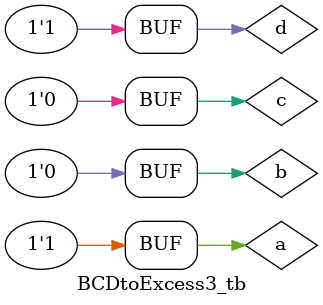
<source format=v>
`timescale 1ns/1ns

module BCDtoExcess3 (a, b, c, d, w, x, y, z);
    input a, b, c, d;
    output w, x ,y ,z;
    wire e,f;

    or(e,c,d);
    and(f,b,e);
    or(w,a,f);

    xor(x,b,e);

    not(z,d);

    xnor(y,c,d);
    

endmodule 

module BCDtoExcess3_tb;

    reg a = 1'b0;
    reg b = 1'b0;
    reg c = 1'b0;
    reg d = 1'b0;

    wire w, x, y, z;

    BCDtoExcess3 h1(a,b,c,d,w,x,y,z);

    initial
    begin
        $dumpfile("BCDtoExcess3.vcd");
        $dumpvars(0, BCDtoExcess3_tb);
    end

    initial
    begin
        a = 1'b0;
        b = 1'b0;
        c = 1'b0;
        d = 1'b0;
        #10;
        a = 1'b0;
        b = 1'b0;
        c = 1'b0;
        d = 1'b1;
        #10;
        a = 1'b0;
        b = 1'b0;
        c = 1'b1;
        d = 1'b0;
        #10;
        a = 1'b0;
        b = 1'b0;
        c = 1'b1;
        d = 1'b1;
        #10;
        a = 1'b0;
        b = 1'b1;
        c = 1'b0;
        d = 1'b0;
        #10;
        a = 1'b0;
        b = 1'b1;
        c = 1'b0;
        d = 1'b1;
        #10;
        a = 1'b0;
        b = 1'b1;
        c = 1'b1;
        d = 1'b0;
        #10;
        a = 1'b0;
        b = 1'b1;
        c = 1'b1;
        d = 1'b1;
        #10;
        a = 1'b1;
        b = 1'b0;
        c = 1'b0;
        d = 1'b0;
        #10;
        a = 1'b1;
        b = 1'b0;
        c = 1'b0;
        d = 1'b1;
        #10;
    end

    initial
    begin
        $monitor("A = %d\tB = %d\tC = %d\tD = %d\t\tW = %d\tX = %d\tY = %d\tZ = %d\t",a,b,c,d,w,x,y,z);
    end

endmodule
</source>
